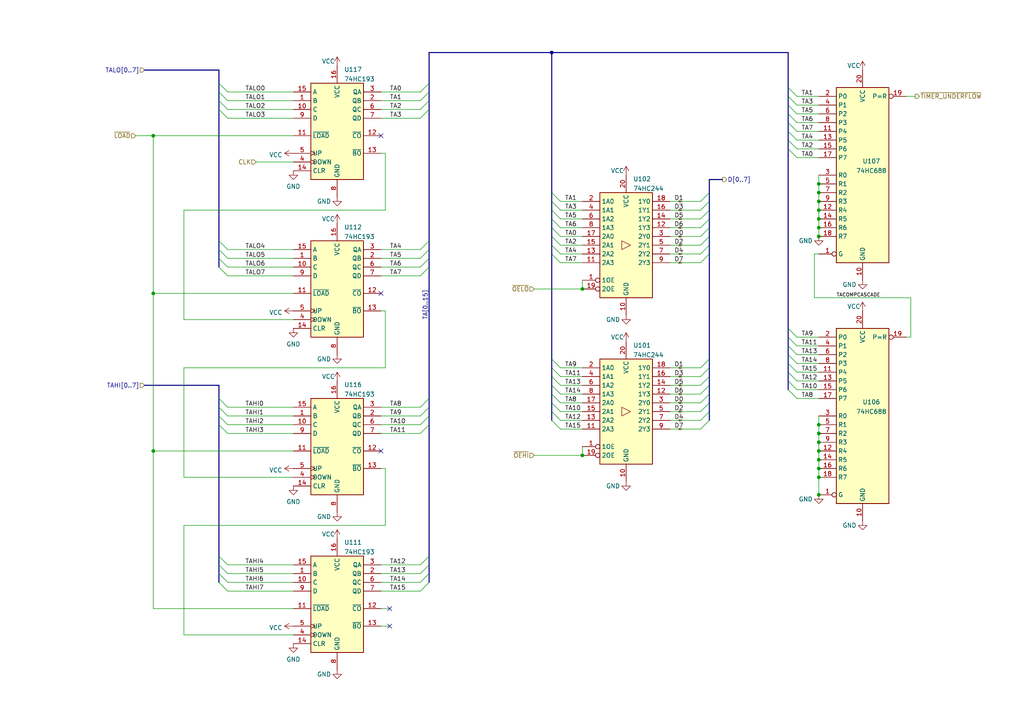
<source format=kicad_sch>
(kicad_sch (version 20211123) (generator eeschema)
  (paper "A4")
  (title_block (title "74HCT6526 Board 1") (date "2022-10-08") (rev "0.1.2") (company "Daniel Molina") (comment 1 "https://github.com/dmolinagarcia/74HCT6526"))
  (lib_symbols
    (symbol "74xx:74HC244"
      (property "Reference" "U" (at -7.62 16.51 0))
      (property "Value" "74HC244" (at -7.62 -16.51 0))
      (symbol "74HC244_1_0"
        (polyline (pts (xy 1.27 0) (xy -1.27 1.27) (xy -1.27 -1.27) (xy 1.27 0)) (stroke (width 0.1524)))
        (pin input inverted (at -12.7 -10.16 0) (length 5.08) (name "1OE") (number "1"))
        (pin power_in line (at 0 -20.32 90) (length 5.08) (name "GND") (number "10"))
        (pin input line (at -12.7 -5.08 0) (length 5.08) (name "2A3") (number "11"))
        (pin tri_state line (at 12.7 5.08 180) (length 5.08) (name "1Y3") (number "12"))
        (pin input line (at -12.7 -2.54 0) (length 5.08) (name "2A2") (number "13"))
        (pin tri_state line (at 12.7 7.62 180) (length 5.08) (name "1Y2") (number "14"))
        (pin input line (at -12.7 0 0) (length 5.08) (name "2A1") (number "15"))
        (pin tri_state line (at 12.7 10.16 180) (length 5.08) (name "1Y1") (number "16"))
        (pin input line (at -12.7 2.54 0) (length 5.08) (name "2A0") (number "17"))
        (pin tri_state line (at 12.7 12.7 180) (length 5.08) (name "1Y0") (number "18"))
        (pin input inverted (at -12.7 -12.7 0) (length 5.08) (name "2OE") (number "19"))
        (pin input line (at -12.7 12.7 0) (length 5.08) (name "1A0") (number "2"))
        (pin power_in line (at 0 20.32 270) (length 5.08) (name "VCC") (number "20"))
        (pin tri_state line (at 12.7 2.54 180) (length 5.08) (name "2Y0") (number "3"))
        (pin input line (at -12.7 10.16 0) (length 5.08) (name "1A1") (number "4"))
        (pin tri_state line (at 12.7 0 180) (length 5.08) (name "2Y1") (number "5"))
        (pin input line (at -12.7 7.62 0) (length 5.08) (name "1A2") (number "6"))
        (pin tri_state line (at 12.7 -2.54 180) (length 5.08) (name "2Y2") (number "7"))
        (pin input line (at -12.7 5.08 0) (length 5.08) (name "1A3") (number "8"))
        (pin tri_state line (at 12.7 -5.08 180) (length 5.08) (name "2Y3") (number "9"))
      )
      (symbol "74HC244_1_1"
        (rectangle (start -7.62 15.24) (end 7.62 -15.24) (stroke (width 0.254)) (fill (type background)))
      )
    )
    (symbol "74xx:74HC688"
      (property "Reference" "U" (at -7.62 26.67 0))
      (property "Value" "74HC688" (at -7.62 -26.67 0))
      (symbol "74HC688_1_0"
        (pin input inverted (at -12.7 -22.86 0) (length 5.08) (name "G") (number "1"))
        (pin power_in line (at 0 -30.48 90) (length 5.08) (name "GND") (number "10"))
        (pin input line (at -12.7 12.7 0) (length 5.08) (name "P4") (number "11"))
        (pin input line (at -12.7 -10.16 0) (length 5.08) (name "R4") (number "12"))
        (pin input line (at -12.7 10.16 0) (length 5.08) (name "P5") (number "13"))
        (pin input line (at -12.7 -12.7 0) (length 5.08) (name "R5") (number "14"))
        (pin input line (at -12.7 7.62 0) (length 5.08) (name "P6") (number "15"))
        (pin input line (at -12.7 -15.24 0) (length 5.08) (name "R6") (number "16"))
        (pin input line (at -12.7 5.08 0) (length 5.08) (name "P7") (number "17"))
        (pin input line (at -12.7 -17.78 0) (length 5.08) (name "R7") (number "18"))
        (pin output inverted (at 12.7 22.86 180) (length 5.08) (name "P=R") (number "19"))
        (pin input line (at -12.7 22.86 0) (length 5.08) (name "P0") (number "2"))
        (pin power_in line (at 0 30.48 270) (length 5.08) (name "VCC") (number "20"))
        (pin input line (at -12.7 0 0) (length 5.08) (name "R0") (number "3"))
        (pin input line (at -12.7 20.32 0) (length 5.08) (name "P1") (number "4"))
        (pin input line (at -12.7 -2.54 0) (length 5.08) (name "R1") (number "5"))
        (pin input line (at -12.7 17.78 0) (length 5.08) (name "P2") (number "6"))
        (pin input line (at -12.7 -5.08 0) (length 5.08) (name "R2") (number "7"))
        (pin input line (at -12.7 15.24 0) (length 5.08) (name "P3") (number "8"))
        (pin input line (at -12.7 -7.62 0) (length 5.08) (name "R3") (number "9"))
      )
      (symbol "74HC688_1_1"
        (rectangle (start -7.62 25.4) (end 7.62 -25.4) (stroke (width 0.254)) (fill (type background)))
      )
    )
    (symbol "74xx:74LS193"
      (property "Reference" "U" (at -7.62 13.97 0))
      (property "Value" "74LS193" (at 5.08 13.97 0))
      (symbol "74LS193_1_0"
        (pin input line (at -12.7 7.62 0) (length 5.08) (name "B") (number "1"))
        (pin input line (at -12.7 5.08 0) (length 5.08) (name "C") (number "10"))
        (pin input line (at -12.7 -2.54 0) (length 5.08) (name "~{LOAD}") (number "11"))
        (pin output line (at 12.7 -2.54 180) (length 5.08) (name "~{CO}") (number "12"))
        (pin output line (at 12.7 -7.62 180) (length 5.08) (name "~{BO}") (number "13"))
        (pin input line (at -12.7 -12.7 0) (length 5.08) (name "CLR") (number "14"))
        (pin input line (at -12.7 10.16 0) (length 5.08) (name "A") (number "15"))
        (pin power_in line (at 0 17.78 270) (length 5.08) (name "VCC") (number "16"))
        (pin output line (at 12.7 7.62 180) (length 5.08) (name "QB") (number "2"))
        (pin output line (at 12.7 10.16 180) (length 5.08) (name "QA") (number "3"))
        (pin input clock (at -12.7 -10.16 0) (length 5.08) (name "DOWN") (number "4"))
        (pin input clock (at -12.7 -7.62 0) (length 5.08) (name "UP") (number "5"))
        (pin output line (at 12.7 5.08 180) (length 5.08) (name "QC") (number "6"))
        (pin output line (at 12.7 2.54 180) (length 5.08) (name "QD") (number "7"))
        (pin power_in line (at 0 -20.32 90) (length 5.08) (name "GND") (number "8"))
        (pin input line (at -12.7 2.54 0) (length 5.08) (name "D") (number "9"))
      )
      (symbol "74LS193_1_1"
        (rectangle (start -7.62 12.7) (end 7.62 -15.24) (stroke (width 0.254)) (fill (type background)))
      )
    )
    (symbol "power:GND" (power) (pin_names (offset 0))
      (property "Value" "GND" (at 0 -3.81 0))
      (symbol "GND_0_1"
        (polyline (pts (xy 0 0) (xy 0 -1.27) (xy 1.27 -1.27) (xy 0 -2.54) (xy -1.27 -1.27) (xy 0 -1.27)))
      )
      (symbol "GND_1_1"
        (pin power_in line (at 0 0 270) (length 0) hide (name "GND") (number "1"))
      )
    )
    (symbol "power:VCC" (power) (pin_names (offset 0))
      (property "Value" "VCC" (at 0 3.81 0))
      (symbol "VCC_0_1"
        (polyline (pts (xy -0.762 1.27) (xy 0 2.54)))
        (polyline (pts (xy 0 0) (xy 0 2.54)))
        (polyline (pts (xy 0 2.54) (xy 0.762 1.27)))
      )
      (symbol "VCC_1_1"
        (pin power_in line (at 0 0 90) (length 0) hide (name "VCC") (number "1"))
      )
    )
  )
  (junction (at 237.49 133.35))
  (junction (at 237.49 125.73))
  (junction (at 160.02 15.24))
  (junction (at 237.49 123.19))
  (junction (at 44.45 39.37))
  (junction (at 44.45 130.81))
  (junction (at 237.49 55.88))
  (junction (at 237.49 143.51))
  (junction (at 237.49 138.43))
  (junction (at 44.45 85.09))
  (junction (at 237.49 66.04))
  (junction (at 237.49 130.81))
  (junction (at 168.91 83.82))
  (junction (at 237.49 68.58))
  (junction (at 237.49 63.5))
  (junction (at 237.49 60.96))
  (junction (at 237.49 135.89))
  (junction (at 237.49 58.42))
  (junction (at 237.49 128.27))
  (junction (at 168.91 132.08))
  (junction (at 237.49 53.34))
  (no_connect (at 113.03 181.61))
  (no_connect (at 110.49 39.37))
  (no_connect (at 113.03 176.53))
  (no_connect (at 110.49 85.09))
  (no_connect (at 110.49 130.81))
  (bus_entry (at 203.2 111.76) (size 2.54 -2.54))
  (bus_entry (at 124.46 161.29) (size -2.54 2.54))
  (bus_entry (at 160.02 58.42) (size 2.54 2.54))
  (bus_entry (at 160.02 68.58) (size 2.54 2.54))
  (bus_entry (at 228.6 25.4) (size 2.54 2.54))
  (bus_entry (at 203.2 109.22) (size 2.54 -2.54))
  (bus_entry (at 160.02 109.22) (size 2.54 2.54))
  (bus_entry (at 228.6 105.41) (size 2.54 2.54))
  (bus_entry (at 228.6 95.25) (size 2.54 2.54))
  (bus_entry (at 203.2 106.68) (size 2.54 -2.54))
  (bus_entry (at 228.6 113.03) (size 2.54 2.54))
  (bus_entry (at 203.2 119.38) (size 2.54 -2.54))
  (bus_entry (at 160.02 111.76) (size 2.54 2.54))
  (bus_entry (at 203.2 124.46) (size 2.54 -2.54))
  (bus_entry (at 124.46 168.91) (size -2.54 2.54))
  (bus_entry (at 160.02 66.04) (size 2.54 2.54))
  (bus_entry (at 228.6 102.87) (size 2.54 2.54))
  (bus_entry (at 124.46 123.19) (size -2.54 2.54))
  (bus_entry (at 228.6 100.33) (size 2.54 2.54))
  (bus_entry (at 124.46 31.75) (size -2.54 2.54))
  (bus_entry (at 124.46 29.21) (size -2.54 2.54))
  (bus_entry (at 124.46 26.67) (size -2.54 2.54))
  (bus_entry (at 124.46 24.13) (size -2.54 2.54))
  (bus_entry (at 228.6 107.95) (size 2.54 2.54))
  (bus_entry (at 228.6 40.64) (size 2.54 2.54))
  (bus_entry (at 124.46 72.39) (size -2.54 2.54))
  (bus_entry (at 203.2 63.5) (size 2.54 -2.54))
  (bus_entry (at 203.2 60.96) (size 2.54 -2.54))
  (bus_entry (at 203.2 58.42) (size 2.54 -2.54))
  (bus_entry (at 203.2 76.2) (size 2.54 -2.54))
  (bus_entry (at 203.2 73.66) (size 2.54 -2.54))
  (bus_entry (at 203.2 71.12) (size 2.54 -2.54))
  (bus_entry (at 203.2 66.04) (size 2.54 -2.54))
  (bus_entry (at 203.2 68.58) (size 2.54 -2.54))
  (bus_entry (at 160.02 114.3) (size 2.54 2.54))
  (bus_entry (at 124.46 118.11) (size -2.54 2.54))
  (bus_entry (at 203.2 116.84) (size 2.54 -2.54))
  (bus_entry (at 160.02 121.92) (size 2.54 2.54))
  (bus_entry (at 124.46 77.47) (size -2.54 2.54))
  (bus_entry (at 203.2 114.3) (size 2.54 -2.54))
  (bus_entry (at 228.6 35.56) (size 2.54 2.54))
  (bus_entry (at 228.6 38.1) (size 2.54 2.54))
  (bus_entry (at 160.02 106.68) (size 2.54 2.54))
  (bus_entry (at 160.02 119.38) (size 2.54 2.54))
  (bus_entry (at 228.6 27.94) (size 2.54 2.54))
  (bus_entry (at 160.02 63.5) (size 2.54 2.54))
  (bus_entry (at 228.6 30.48) (size 2.54 2.54))
  (bus_entry (at 124.46 115.57) (size -2.54 2.54))
  (bus_entry (at 160.02 55.88) (size 2.54 2.54))
  (bus_entry (at 124.46 120.65) (size -2.54 2.54))
  (bus_entry (at 160.02 116.84) (size 2.54 2.54))
  (bus_entry (at 124.46 69.85) (size -2.54 2.54))
  (bus_entry (at 160.02 73.66) (size 2.54 2.54))
  (bus_entry (at 228.6 110.49) (size 2.54 2.54))
  (bus_entry (at 63.5 168.91) (size 2.54 2.54))
  (bus_entry (at 63.5 166.37) (size 2.54 2.54))
  (bus_entry (at 63.5 163.83) (size 2.54 2.54))
  (bus_entry (at 63.5 161.29) (size 2.54 2.54))
  (bus_entry (at 63.5 115.57) (size 2.54 2.54))
  (bus_entry (at 63.5 118.11) (size 2.54 2.54))
  (bus_entry (at 63.5 120.65) (size 2.54 2.54))
  (bus_entry (at 63.5 123.19) (size 2.54 2.54))
  (bus_entry (at 63.5 77.47) (size 2.54 2.54))
  (bus_entry (at 63.5 74.93) (size 2.54 2.54))
  (bus_entry (at 63.5 24.13) (size 2.54 2.54))
  (bus_entry (at 63.5 26.67) (size 2.54 2.54))
  (bus_entry (at 63.5 29.21) (size 2.54 2.54))
  (bus_entry (at 63.5 31.75) (size 2.54 2.54))
  (bus_entry (at 63.5 72.39) (size 2.54 2.54))
  (bus_entry (at 63.5 69.85) (size 2.54 2.54))
  (bus_entry (at 160.02 60.96) (size 2.54 2.54))
  (bus_entry (at 124.46 163.83) (size -2.54 2.54))
  (bus_entry (at 160.02 104.14) (size 2.54 2.54))
  (bus_entry (at 203.2 121.92) (size 2.54 -2.54))
  (bus_entry (at 160.02 71.12) (size 2.54 2.54))
  (bus_entry (at 228.6 33.02) (size 2.54 2.54))
  (bus_entry (at 228.6 43.18) (size 2.54 2.54))
  (bus_entry (at 124.46 166.37) (size -2.54 2.54))
  (bus_entry (at 124.46 74.93) (size -2.54 2.54))
  (bus_entry (at 228.6 97.79) (size 2.54 2.54))
  (bus (pts (xy 228.6 33.02) (xy 228.6 35.56)))
  (bus (pts (xy 205.74 71.12) (xy 205.74 73.66)))
  (wire (pts (xy 53.34 60.96) (xy 111.76 60.96)))
  (wire (pts (xy 66.04 120.65) (xy 85.09 120.65)))
  (wire (pts (xy 194.31 106.68) (xy 203.2 106.68)))
  (wire (pts (xy 231.14 100.33) (xy 237.49 100.33)))
  (wire (pts (xy 162.56 73.66) (xy 168.91 73.66)))
  (bus (pts (xy 41.91 111.76) (xy 63.5 111.76)))
  (wire (pts (xy 231.14 102.87) (xy 237.49 102.87)))
  (bus (pts (xy 63.5 120.65) (xy 63.5 123.19)))
  (wire (pts (xy 231.14 110.49) (xy 237.49 110.49)))
  (bus (pts (xy 124.46 29.21) (xy 124.46 26.67)))
  (wire (pts (xy 53.34 92.71) (xy 53.34 60.96)))
  (wire (pts (xy 110.49 123.19) (xy 121.92 123.19)))
  (bus (pts (xy 124.46 118.11) (xy 124.46 115.57)))
  (wire (pts (xy 162.56 71.12) (xy 168.91 71.12)))
  (bus (pts (xy 63.5 166.37) (xy 63.5 168.91)))
  (wire (pts (xy 194.31 76.2) (xy 203.2 76.2)))
  (wire (pts (xy 237.49 63.5) (xy 237.49 66.04)))
  (wire (pts (xy 53.34 106.68) (xy 53.34 138.43)))
  (wire (pts (xy 194.31 121.92) (xy 203.2 121.92)))
  (wire (pts (xy 162.56 106.68) (xy 168.91 106.68)))
  (bus (pts (xy 63.5 69.85) (xy 63.5 72.39)))
  (wire (pts (xy 44.45 85.09) (xy 44.45 130.81)))
  (bus (pts (xy 160.02 68.58) (xy 160.02 71.12)))
  (wire (pts (xy 237.49 135.89) (xy 237.49 138.43)))
  (wire (pts (xy 237.49 120.65) (xy 237.49 123.19)))
  (bus (pts (xy 124.46 15.24) (xy 160.02 15.24)))
  (wire (pts (xy 111.76 44.45) (xy 110.49 44.45)))
  (wire (pts (xy 237.49 125.73) (xy 237.49 128.27)))
  (wire (pts (xy 66.04 31.75) (xy 85.09 31.75)))
  (wire (pts (xy 194.31 71.12) (xy 203.2 71.12)))
  (wire (pts (xy 66.04 29.21) (xy 85.09 29.21)))
  (wire (pts (xy 231.14 27.94) (xy 237.49 27.94)))
  (wire (pts (xy 66.04 125.73) (xy 85.09 125.73)))
  (wire (pts (xy 237.49 133.35) (xy 237.49 135.89)))
  (wire (pts (xy 110.49 72.39) (xy 121.92 72.39)))
  (wire (pts (xy 111.76 90.17) (xy 111.76 106.68)))
  (wire (pts (xy 194.31 116.84) (xy 203.2 116.84)))
  (wire (pts (xy 194.31 66.04) (xy 203.2 66.04)))
  (bus (pts (xy 160.02 71.12) (xy 160.02 73.66)))
  (bus (pts (xy 205.74 58.42) (xy 205.74 60.96)))
  (wire (pts (xy 110.49 118.11) (xy 121.92 118.11)))
  (wire (pts (xy 111.76 106.68) (xy 53.34 106.68)))
  (wire (pts (xy 264.16 86.36) (xy 236.22 86.36)))
  (wire (pts (xy 162.56 63.5) (xy 168.91 63.5)))
  (bus (pts (xy 124.46 168.91) (xy 124.46 166.37)))
  (bus (pts (xy 205.74 106.68) (xy 205.74 109.22)))
  (wire (pts (xy 66.04 34.29) (xy 85.09 34.29)))
  (wire (pts (xy 110.49 166.37) (xy 121.92 166.37)))
  (wire (pts (xy 236.22 86.36) (xy 236.22 73.66)))
  (wire (pts (xy 110.49 77.47) (xy 121.92 77.47)))
  (wire (pts (xy 231.14 105.41) (xy 237.49 105.41)))
  (wire (pts (xy 44.45 130.81) (xy 85.09 130.81)))
  (wire (pts (xy 237.49 60.96) (xy 237.49 63.5)))
  (bus (pts (xy 124.46 115.57) (xy 124.46 77.47)))
  (bus (pts (xy 63.5 115.57) (xy 63.5 118.11)))
  (bus (pts (xy 205.74 66.04) (xy 205.74 68.58)))
  (wire (pts (xy 231.14 45.72) (xy 237.49 45.72)))
  (bus (pts (xy 205.74 55.88) (xy 205.74 58.42)))
  (bus (pts (xy 228.6 25.4) (xy 228.6 27.94)))
  (wire (pts (xy 194.31 73.66) (xy 203.2 73.66)))
  (bus (pts (xy 124.46 69.85) (xy 124.46 31.75)))
  (wire (pts (xy 194.31 63.5) (xy 203.2 63.5)))
  (wire (pts (xy 111.76 135.89) (xy 110.49 135.89)))
  (bus (pts (xy 228.6 30.48) (xy 228.6 33.02)))
  (wire (pts (xy 66.04 118.11) (xy 85.09 118.11)))
  (wire (pts (xy 110.49 120.65) (xy 121.92 120.65)))
  (wire (pts (xy 110.49 34.29) (xy 121.92 34.29)))
  (wire (pts (xy 194.31 124.46) (xy 203.2 124.46)))
  (bus (pts (xy 124.46 120.65) (xy 124.46 118.11)))
  (wire (pts (xy 194.31 119.38) (xy 203.2 119.38)))
  (bus (pts (xy 160.02 111.76) (xy 160.02 114.3)))
  (bus (pts (xy 63.5 74.93) (xy 63.5 77.47)))
  (wire (pts (xy 168.91 129.54) (xy 168.91 132.08)))
  (bus (pts (xy 124.46 31.75) (xy 124.46 29.21)))
  (bus (pts (xy 63.5 26.67) (xy 63.5 29.21)))
  (bus (pts (xy 160.02 15.24) (xy 160.02 55.88)))
  (bus (pts (xy 160.02 55.88) (xy 160.02 58.42)))
  (bus (pts (xy 41.91 20.32) (xy 63.5 20.32)))
  (bus (pts (xy 63.5 29.21) (xy 63.5 31.75)))
  (wire (pts (xy 162.56 109.22) (xy 168.91 109.22)))
  (wire (pts (xy 110.49 168.91) (xy 121.92 168.91)))
  (wire (pts (xy 44.45 39.37) (xy 85.09 39.37)))
  (wire (pts (xy 66.04 163.83) (xy 85.09 163.83)))
  (bus (pts (xy 124.46 123.19) (xy 124.46 120.65)))
  (wire (pts (xy 168.91 81.28) (xy 168.91 83.82)))
  (wire (pts (xy 53.34 138.43) (xy 85.09 138.43)))
  (wire (pts (xy 162.56 60.96) (xy 168.91 60.96)))
  (wire (pts (xy 237.49 123.19) (xy 237.49 125.73)))
  (wire (pts (xy 162.56 121.92) (xy 168.91 121.92)))
  (wire (pts (xy 231.14 43.18) (xy 237.49 43.18)))
  (bus (pts (xy 205.74 104.14) (xy 205.74 106.68)))
  (wire (pts (xy 162.56 58.42) (xy 168.91 58.42)))
  (bus (pts (xy 124.46 163.83) (xy 124.46 161.29)))
  (wire (pts (xy 66.04 80.01) (xy 85.09 80.01)))
  (bus (pts (xy 205.74 119.38) (xy 205.74 121.92)))
  (bus (pts (xy 160.02 58.42) (xy 160.02 60.96)))
  (bus (pts (xy 228.6 102.87) (xy 228.6 105.41)))
  (bus (pts (xy 205.74 116.84) (xy 205.74 119.38)))
  (bus (pts (xy 160.02 119.38) (xy 160.02 121.92)))
  (bus (pts (xy 63.5 163.83) (xy 63.5 166.37)))
  (bus (pts (xy 63.5 123.19) (xy 63.5 161.29)))
  (bus (pts (xy 228.6 15.24) (xy 228.6 25.4)))
  (wire (pts (xy 194.31 109.22) (xy 203.2 109.22)))
  (wire (pts (xy 66.04 26.67) (xy 85.09 26.67)))
  (wire (pts (xy 53.34 152.4) (xy 53.34 184.15)))
  (wire (pts (xy 262.89 97.79) (xy 264.16 97.79)))
  (wire (pts (xy 39.37 39.37) (xy 44.45 39.37)))
  (bus (pts (xy 160.02 73.66) (xy 160.02 104.14)))
  (bus (pts (xy 209.55 52.07) (xy 205.74 52.07)))
  (bus (pts (xy 228.6 110.49) (xy 228.6 113.03)))
  (wire (pts (xy 66.04 72.39) (xy 85.09 72.39)))
  (bus (pts (xy 63.5 20.32) (xy 63.5 24.13)))
  (bus (pts (xy 160.02 116.84) (xy 160.02 119.38)))
  (wire (pts (xy 154.94 83.82) (xy 168.91 83.82)))
  (wire (pts (xy 113.03 176.53) (xy 110.49 176.53)))
  (wire (pts (xy 162.56 66.04) (xy 168.91 66.04)))
  (wire (pts (xy 113.03 181.61) (xy 110.49 181.61)))
  (wire (pts (xy 44.45 176.53) (xy 85.09 176.53)))
  (bus (pts (xy 228.6 105.41) (xy 228.6 107.95)))
  (wire (pts (xy 231.14 38.1) (xy 237.49 38.1)))
  (bus (pts (xy 160.02 106.68) (xy 160.02 109.22)))
  (wire (pts (xy 44.45 130.81) (xy 44.45 176.53)))
  (wire (pts (xy 66.04 166.37) (xy 85.09 166.37)))
  (bus (pts (xy 228.6 100.33) (xy 228.6 102.87)))
  (wire (pts (xy 110.49 80.01) (xy 121.92 80.01)))
  (wire (pts (xy 264.16 97.79) (xy 264.16 86.36)))
  (bus (pts (xy 205.74 60.96) (xy 205.74 63.5)))
  (bus (pts (xy 160.02 109.22) (xy 160.02 111.76)))
  (wire (pts (xy 231.14 115.57) (xy 237.49 115.57)))
  (bus (pts (xy 160.02 114.3) (xy 160.02 116.84)))
  (bus (pts (xy 205.74 114.3) (xy 205.74 116.84)))
  (wire (pts (xy 237.49 58.42) (xy 237.49 60.96)))
  (wire (pts (xy 110.49 171.45) (xy 121.92 171.45)))
  (bus (pts (xy 205.74 109.22) (xy 205.74 111.76)))
  (wire (pts (xy 110.49 163.83) (xy 121.92 163.83)))
  (bus (pts (xy 205.74 52.07) (xy 205.74 55.88)))
  (bus (pts (xy 228.6 35.56) (xy 228.6 38.1)))
  (wire (pts (xy 162.56 114.3) (xy 168.91 114.3)))
  (bus (pts (xy 124.46 24.13) (xy 124.46 15.24)))
  (wire (pts (xy 66.04 77.47) (xy 85.09 77.47)))
  (bus (pts (xy 63.5 31.75) (xy 63.5 69.85)))
  (bus (pts (xy 228.6 27.94) (xy 228.6 30.48)))
  (bus (pts (xy 124.46 161.29) (xy 124.46 123.19)))
  (wire (pts (xy 162.56 124.46) (xy 168.91 124.46)))
  (wire (pts (xy 110.49 31.75) (xy 121.92 31.75)))
  (wire (pts (xy 265.43 27.94) (xy 262.89 27.94)))
  (wire (pts (xy 194.31 114.3) (xy 203.2 114.3)))
  (bus (pts (xy 124.46 26.67) (xy 124.46 24.13)))
  (wire (pts (xy 194.31 111.76) (xy 203.2 111.76)))
  (wire (pts (xy 110.49 29.21) (xy 121.92 29.21)))
  (bus (pts (xy 205.74 73.66) (xy 205.74 104.14)))
  (bus (pts (xy 228.6 107.95) (xy 228.6 110.49)))
  (wire (pts (xy 66.04 74.93) (xy 85.09 74.93)))
  (wire (pts (xy 231.14 33.02) (xy 237.49 33.02)))
  (bus (pts (xy 205.74 68.58) (xy 205.74 71.12)))
  (bus (pts (xy 228.6 40.64) (xy 228.6 43.18)))
  (bus (pts (xy 160.02 15.24) (xy 228.6 15.24)))
  (bus (pts (xy 205.74 63.5) (xy 205.74 66.04)))
  (wire (pts (xy 231.14 35.56) (xy 237.49 35.56)))
  (wire (pts (xy 162.56 111.76) (xy 168.91 111.76)))
  (bus (pts (xy 160.02 60.96) (xy 160.02 63.5)))
  (wire (pts (xy 74.295 46.99) (xy 85.09 46.99)))
  (wire (pts (xy 162.56 68.58) (xy 168.91 68.58)))
  (wire (pts (xy 110.49 74.93) (xy 121.92 74.93)))
  (wire (pts (xy 231.14 40.64) (xy 237.49 40.64)))
  (bus (pts (xy 228.6 43.18) (xy 228.6 95.25)))
  (bus (pts (xy 63.5 24.13) (xy 63.5 26.67)))
  (wire (pts (xy 231.14 30.48) (xy 237.49 30.48)))
  (bus (pts (xy 124.46 72.39) (xy 124.46 69.85)))
  (wire (pts (xy 194.31 60.96) (xy 203.2 60.96)))
  (wire (pts (xy 53.34 184.15) (xy 85.09 184.15)))
  (wire (pts (xy 66.04 123.19) (xy 85.09 123.19)))
  (wire (pts (xy 237.49 55.88) (xy 237.49 58.42)))
  (wire (pts (xy 66.04 171.45) (xy 85.09 171.45)))
  (wire (pts (xy 44.45 85.09) (xy 85.09 85.09)))
  (bus (pts (xy 228.6 38.1) (xy 228.6 40.64)))
  (bus (pts (xy 124.46 74.93) (xy 124.46 72.39)))
  (wire (pts (xy 154.94 132.08) (xy 168.91 132.08)))
  (wire (pts (xy 162.56 116.84) (xy 168.91 116.84)))
  (bus (pts (xy 205.74 111.76) (xy 205.74 114.3)))
  (wire (pts (xy 237.49 50.8) (xy 237.49 53.34)))
  (wire (pts (xy 237.49 53.34) (xy 237.49 55.88)))
  (wire (pts (xy 231.14 107.95) (xy 237.49 107.95)))
  (wire (pts (xy 194.31 58.42) (xy 203.2 58.42)))
  (bus (pts (xy 63.5 111.76) (xy 63.5 115.57)))
  (wire (pts (xy 231.14 113.03) (xy 237.49 113.03)))
  (wire (pts (xy 111.76 90.17) (xy 110.49 90.17)))
  (wire (pts (xy 194.31 68.58) (xy 203.2 68.58)))
  (wire (pts (xy 111.76 152.4) (xy 53.34 152.4)))
  (bus (pts (xy 228.6 97.79) (xy 228.6 100.33)))
  (wire (pts (xy 237.49 130.81) (xy 237.49 133.35)))
  (bus (pts (xy 124.46 77.47) (xy 124.46 74.93)))
  (wire (pts (xy 111.76 135.89) (xy 111.76 152.4)))
  (bus (pts (xy 228.6 95.25) (xy 228.6 97.79)))
  (bus (pts (xy 63.5 118.11) (xy 63.5 120.65)))
  (wire (pts (xy 110.49 125.73) (xy 121.92 125.73)))
  (bus (pts (xy 160.02 104.14) (xy 160.02 106.68)))
  (wire (pts (xy 236.22 73.66) (xy 237.49 73.66)))
  (wire (pts (xy 237.49 128.27) (xy 237.49 130.81)))
  (wire (pts (xy 111.76 60.96) (xy 111.76 44.45)))
  (bus (pts (xy 160.02 66.04) (xy 160.02 68.58)))
  (wire (pts (xy 237.49 138.43) (xy 237.49 143.51)))
  (bus (pts (xy 63.5 161.29) (xy 63.5 163.83)))
  (wire (pts (xy 237.49 66.04) (xy 237.49 68.58)))
  (wire (pts (xy 231.14 97.79) (xy 237.49 97.79)))
  (wire (pts (xy 66.04 168.91) (xy 85.09 168.91)))
  (bus (pts (xy 63.5 72.39) (xy 63.5 74.93)))
  (wire (pts (xy 162.56 119.38) (xy 168.91 119.38)))
  (wire (pts (xy 110.49 26.67) (xy 121.92 26.67)))
  (bus (pts (xy 124.46 166.37) (xy 124.46 163.83)))
  (bus (pts (xy 160.02 63.5) (xy 160.02 66.04)))
  (wire (pts (xy 162.56 76.2) (xy 168.91 76.2)))
  (wire (pts (xy 44.45 39.37) (xy 44.45 85.09)))
  (wire (pts (xy 85.09 92.71) (xy 53.34 92.71)))
  (label "TA[0..15]" (at 124.46 92.71 90))
  (label "TAHI1" (at 71.12 120.65 0))
  (label "TAHI2" (at 71.12 123.19 0))
  (label "TA10" (at 113.03 123.19 0))
  (label "D0" (at 195.58 116.84 0))
  (label "TA7" (at 163.83 76.2 0))
  (label "TA7" (at 113.03 80.01 0))
  (label "TA2" (at 232.41 43.18 0))
  (label "TA3" (at 232.41 30.48 0))
  (label "TAHI3" (at 71.12 125.73 0))
  (label "TALO0" (at 71.12 26.67 0))
  (label "TA0" (at 232.41 45.72 0))
  (label "TACOMPCASCADE" (at 242.57 86.36 0) (effects (font (size 1.016 1.016))))
  (label "TALO7" (at 71.12 80.01 0))
  (label "TALO5" (at 71.12 74.93 0))
  (label "TA1" (at 113.03 29.21 0))
  (label "TALO2" (at 71.12 31.75 0))
  (label "TA3" (at 113.03 34.29 0))
  (label "TAHI6" (at 71.12 168.91 0))
  (label "TA8" (at 163.83 116.84 0))
  (label "TA8" (at 113.03 118.11 0))
  (label "TA11" (at 163.83 109.22 0))
  (label "D3" (at 195.58 60.96 0))
  (label "TA4" (at 113.03 72.39 0))
  (label "TA2" (at 163.83 71.12 0))
  (label "TA10" (at 163.83 119.38 0))
  (label "D2" (at 195.58 71.12 0))
  (label "D7" (at 195.58 124.46 0))
  (label "TA0" (at 163.83 68.58 0))
  (label "TAHI7" (at 71.12 171.45 0))
  (label "D5" (at 195.58 111.76 0))
  (label "TALO6" (at 71.12 77.47 0))
  (label "TA1" (at 232.41 27.94 0))
  (label "D6" (at 195.58 66.04 0))
  (label "TAHI0" (at 71.12 118.11 0))
  (label "D4" (at 195.58 73.66 0))
  (label "TA5" (at 232.41 33.02 0))
  (label "TA4" (at 232.41 40.64 0))
  (label "TA12" (at 232.41 110.49 0))
  (label "D3" (at 195.58 109.22 0))
  (label "TA15" (at 113.03 171.45 0))
  (label "TAHI5" (at 71.12 166.37 0))
  (label "TALO1" (at 71.12 29.21 0))
  (label "TALO3" (at 71.12 34.29 0))
  (label "TA14" (at 232.41 105.41 0))
  (label "TA11" (at 232.41 100.33 0))
  (label "TA0" (at 113.03 26.67 0))
  (label "TA13" (at 232.41 102.87 0))
  (label "D0" (at 195.58 68.58 0))
  (label "TA14" (at 113.03 168.91 0))
  (label "TA15" (at 163.83 124.46 0))
  (label "TA5" (at 113.03 74.93 0))
  (label "TA13" (at 113.03 166.37 0))
  (label "TA9" (at 232.41 97.79 0))
  (label "TA2" (at 113.03 31.75 0))
  (label "TA13" (at 163.83 111.76 0))
  (label "D1" (at 195.58 106.68 0))
  (label "TA9" (at 113.03 120.65 0))
  (label "TA7" (at 232.41 38.1 0))
  (label "TA14" (at 163.83 114.3 0))
  (label "TA6" (at 163.83 66.04 0))
  (label "TA5" (at 163.83 63.5 0))
  (label "TA10" (at 232.41 113.03 0))
  (label "TA6" (at 232.41 35.56 0))
  (label "D1" (at 195.58 58.42 0))
  (label "D5" (at 195.58 63.5 0))
  (label "TA9" (at 163.83 106.68 0))
  (label "TA3" (at 163.83 60.96 0))
  (label "TAHI4" (at 71.12 163.83 0))
  (label "D6" (at 195.58 114.3 0))
  (label "TA6" (at 113.03 77.47 0))
  (label "TA1" (at 163.83 58.42 0))
  (label "TA4" (at 163.83 73.66 0))
  (label "TA8" (at 232.41 115.57 0))
  (label "TA15" (at 232.41 107.95 0))
  (label "TA11" (at 113.03 125.73 0))
  (label "D2" (at 195.58 119.38 0))
  (label "D7" (at 195.58 76.2 0))
  (label "D4" (at 195.58 121.92 0))
  (label "TALO4" (at 71.12 72.39 0))
  (label "TA12" (at 163.83 121.92 0))
  (label "TA12" (at 113.03 163.83 0))
  (global_label "D0" (shape output) (at 196.85 116.84 0) (effects (font (size 0.254 0.254))) (property "Intersheet References" "${INTERSHEET_REFS}" (effects hide)))
  (global_label "D2" (shape output) (at 196.85 71.12 0) (effects (font (size 0.254 0.254))) (property "Intersheet References" "${INTERSHEET_REFS}" (effects hide)))
  (global_label "D3" (shape output) (at 196.85 109.22 0) (effects (font (size 0.254 0.254))) (property "Intersheet References" "${INTERSHEET_REFS}" (effects hide)))
  (global_label "D2" (shape output) (at 196.85 119.38 0) (effects (font (size 0.254 0.254))) (property "Intersheet References" "${INTERSHEET_REFS}" (effects hide)))
  (global_label "D6" (shape output) (at 196.85 66.04 0) (effects (font (size 0.254 0.254))) (property "Intersheet References" "${INTERSHEET_REFS}" (effects hide)))
  (global_label "D6" (shape output) (at 196.85 114.3 0) (effects (font (size 0.254 0.254))) (property "Intersheet References" "${INTERSHEET_REFS}" (effects hide)))
  (global_label "D7" (shape output) (at 196.85 76.2 0) (effects (font (size 0.254 0.254))) (property "Intersheet References" "${INTERSHEET_REFS}" (effects hide)))
  (global_label "D0" (shape output) (at 196.85 68.58 0) (effects (font (size 0.254 0.254))) (property "Intersheet References" "${INTERSHEET_REFS}" (effects hide)))
  (global_label "D1" (shape output) (at 196.85 106.68 0) (effects (font (size 0.254 0.254))) (property "Intersheet References" "${INTERSHEET_REFS}" (effects hide)))
  (global_label "D7" (shape output) (at 196.85 124.46 0) (effects (font (size 0.254 0.254))) (property "Intersheet References" "${INTERSHEET_REFS}" (effects hide)))
  (global_label "D1" (shape output) (at 196.85 58.42 0) (effects (font (size 0.254 0.254))) (property "Intersheet References" "${INTERSHEET_REFS}" (effects hide)))
  (global_label "D5" (shape output) (at 196.85 111.76 0) (effects (font (size 0.254 0.254))) (property "Intersheet References" "${INTERSHEET_REFS}" (effects hide)))
  (global_label "D4" (shape output) (at 196.85 121.92 0) (effects (font (size 0.254 0.254))) (property "Intersheet References" "${INTERSHEET_REFS}" (effects hide)))
  (global_label "D3" (shape output) (at 196.85 60.96 0) (effects (font (size 0.254 0.254))) (property "Intersheet References" "${INTERSHEET_REFS}" (effects hide)))
  (global_label "D4" (shape output) (at 196.85 73.66 0) (effects (font (size 0.254 0.254))) (property "Intersheet References" "${INTERSHEET_REFS}" (effects hide)))
  (global_label "D5" (shape output) (at 196.85 63.5 0) (effects (font (size 0.254 0.254))) (property "Intersheet References" "${INTERSHEET_REFS}" (effects hide)))
  (hierarchical_label "CLK" (shape input) (at 74.295 46.99 180))
  (hierarchical_label "~{LOAD}" (shape input) (at 39.37 39.37 180))
  (hierarchical_label "~{TIMER_UNDERFLOW}" (shape output) (at 265.43 27.94 0))
  (hierarchical_label "~{OEHI}" (shape input) (at 154.94 132.08 180))
  (hierarchical_label "TAHI[0..7]" (shape input) (at 41.91 111.76 180))
  (hierarchical_label "~{OELO}" (shape input) (at 154.94 83.82 180))
  (hierarchical_label "TALO[0..7]" (shape input) (at 41.91 20.32 180))
  (hierarchical_label "D[0..7]" (shape output) (at 209.55 52.07 0))
  (symbol (lib_id "power:VCC") (at 85.09 90.17 90) (unit 1)
    (property "Reference" "#PWR0142" (effects hide))
    (property "Value" "VCC" (at 81.915 90.649 90) (effects (justify left)))
  )
  (symbol (lib_id "power:GND") (at 85.09 140.97 0) (unit 1)
    (property "Reference" "#PWR0145" (effects hide))
    (property "Value" "GND" (at 85.09 145.5325 0))
  )
  (symbol (lib_id "power:VCC") (at 97.79 19.05 0) (unit 1)
    (property "Reference" "#PWR0148" (effects hide))
    (property "Value" "VCC" (at 95.25 17.78 0))
  )
  (symbol (lib_id "power:GND") (at 181.61 139.7 0) (unit 1)
    (property "Reference" "#PWR0159" (effects hide))
    (property "Value" "GND" (at 177.8 140.97 0))
  )
  (symbol (lib_id "power:GND") (at 181.61 91.44 0) (unit 1)
    (property "Reference" "#PWR0157" (effects hide))
    (property "Value" "GND" (at 177.8 92.71 0))
  )
  (symbol (lib_id "74xx:74LS193") (at 97.79 173.99 0) (unit 1)
    (property "Reference" "U111" (at 99.8094 157.3235 0) (effects (justify left)))
    (property "Value" "74HC193" (at 99.8094 160.0986 0) (effects (justify left)))
    (property "Footprint" "Package_SO:SOIC-16_3.9x9.9mm_P1.27mm" (effects hide))
    (property "Datasheet" "http://www.ti.com/lit/ds/symlink/sn74ls193.pdf" (effects hide))
  )
  (symbol (lib_id "power:GND") (at 237.49 143.51 0) (unit 1)
    (property "Reference" "#PWR0161" (effects hide))
    (property "Value" "GND" (at 233.68 144.78 0))
  )
  (symbol (lib_id "power:VCC") (at 181.61 50.8 0) (unit 1)
    (property "Reference" "#PWR0156" (effects hide))
    (property "Value" "VCC" (at 179.07 49.53 0))
  )
  (symbol (lib_id "74xx:74HC244") (at 181.61 119.38 0) (unit 1)
    (property "Reference" "U101" (at 183.6294 100.1735 0) (effects (justify left)))
    (property "Value" "74HC244" (at 183.6294 102.9486 0) (effects (justify left)))
    (property "Footprint" "Package_SO:SOIC-20W_7.5x12.8mm_P1.27mm" (effects hide))
    (property "Datasheet" "https://assets.nexperia.com/documents/data-sheet/74HC_HCT244.pdf" (effects hide))
  )
  (symbol (lib_id "power:VCC") (at 97.79 110.49 0) (unit 1)
    (property "Reference" "#PWR0152" (effects hide))
    (property "Value" "VCC" (at 95.25 109.22 0))
  )
  (symbol (lib_id "74xx:74HC244") (at 181.61 71.12 0) (unit 1)
    (property "Reference" "U102" (at 183.6294 51.9135 0) (effects (justify left)))
    (property "Value" "74HC244" (at 183.6294 54.6886 0) (effects (justify left)))
    (property "Footprint" "Package_SO:SOIC-20W_7.5x12.8mm_P1.27mm" (effects hide))
    (property "Datasheet" "https://assets.nexperia.com/documents/data-sheet/74HC_HCT244.pdf" (effects hide))
  )
  (symbol (lib_id "power:GND") (at 237.49 68.58 0) (unit 1)
    (property "Reference" "#PWR0160" (effects hide))
    (property "Value" "GND" (at 233.68 69.85 0))
  )
  (symbol (lib_id "power:VCC") (at 97.79 156.21 0) (unit 1)
    (property "Reference" "#PWR0154" (effects hide))
    (property "Value" "VCC" (at 95.25 154.94 0))
  )
  (symbol (lib_id "power:GND") (at 97.79 102.87 0) (unit 1)
    (property "Reference" "#PWR0151" (effects hide))
    (property "Value" "GND" (at 93.98 104.14 0))
  )
  (symbol (lib_id "power:VCC") (at 250.19 20.32 0) (unit 1)
    (property "Reference" "#PWR0162" (effects hide))
    (property "Value" "VCC" (at 247.65 19.05 0))
  )
  (symbol (lib_id "power:GND") (at 250.19 151.13 0) (unit 1)
    (property "Reference" "#PWR0165" (effects hide))
    (property "Value" "GND" (at 246.38 152.4 0))
  )
  (symbol (lib_id "power:GND") (at 85.09 186.69 0) (unit 1)
    (property "Reference" "#PWR0147" (effects hide))
    (property "Value" "GND" (at 85.09 191.2525 0))
  )
  (symbol (lib_id "power:GND") (at 97.79 194.31 0) (unit 1)
    (property "Reference" "#PWR0155" (effects hide))
    (property "Value" "GND" (at 93.98 195.58 0))
  )
  (symbol (lib_id "74xx:74HC688") (at 250.19 120.65 0) (unit 1)
    (property "Reference" "U106" (at 252.73 116.6049 0))
    (property "Value" "74HC688" (at 252.73 119.38 0))
    (property "Footprint" "Package_SO:SOIC-20W_7.5x12.8mm_P1.27mm" (effects hide))
    (property "Datasheet" "https://www.ti.com/lit/ds/symlink/cd54hc688.pdf" (effects hide))
  )
  (symbol (lib_id "power:VCC") (at 85.09 44.45 90) (unit 1)
    (property "Reference" "#PWR0140" (effects hide))
    (property "Value" "VCC" (at 81.915 44.929 90) (effects (justify left)))
  )
  (symbol (lib_id "power:VCC") (at 85.09 135.89 90) (unit 1)
    (property "Reference" "#PWR0144" (effects hide))
    (property "Value" "VCC" (at 81.915 136.369 90) (effects (justify left)))
  )
  (symbol (lib_id "power:GND") (at 85.09 95.25 0) (unit 1)
    (property "Reference" "#PWR0143" (effects hide))
    (property "Value" "GND" (at 85.09 99.8125 0))
  )
  (symbol (lib_id "power:GND") (at 250.19 81.28 0) (unit 1)
    (property "Reference" "#PWR0163" (effects hide))
    (property "Value" "GND" (at 246.38 82.55 0))
  )
  (symbol (lib_id "power:GND") (at 97.79 57.15 0) (unit 1)
    (property "Reference" "#PWR0149" (effects hide))
    (property "Value" "GND" (at 93.98 58.42 0))
  )
  (symbol (lib_id "power:VCC") (at 250.19 90.17 0) (unit 1)
    (property "Reference" "#PWR0164" (effects hide))
    (property "Value" "VCC" (at 247.65 88.9 0))
  )
  (symbol (lib_id "74xx:74LS193") (at 97.79 128.27 0) (unit 1)
    (property "Reference" "U116" (at 99.8094 111.6035 0) (effects (justify left)))
    (property "Value" "74HC193" (at 99.8094 114.3786 0) (effects (justify left)))
    (property "Footprint" "Package_SO:SOIC-16_3.9x9.9mm_P1.27mm" (effects hide))
    (property "Datasheet" "http://www.ti.com/lit/ds/symlink/sn74ls193.pdf" (effects hide))
  )
  (symbol (lib_id "power:GND") (at 85.09 49.53 0) (unit 1)
    (property "Reference" "#PWR0141" (effects hide))
    (property "Value" "GND" (at 85.09 54.0925 0))
  )
  (symbol (lib_id "74xx:74LS193") (at 97.79 82.55 0) (unit 1)
    (property "Reference" "U112" (at 99.8094 65.8835 0) (effects (justify left)))
    (property "Value" "74HC193" (at 99.8094 68.6586 0) (effects (justify left)))
    (property "Footprint" "Package_SO:SOIC-16_3.9x9.9mm_P1.27mm" (effects hide))
    (property "Datasheet" "http://www.ti.com/lit/ds/symlink/sn74ls193.pdf" (effects hide))
  )
  (symbol (lib_id "power:VCC") (at 85.09 181.61 90) (unit 1)
    (property "Reference" "#PWR0146" (effects hide))
    (property "Value" "VCC" (at 81.915 182.089 90) (effects (justify left)))
  )
  (symbol (lib_id "power:VCC") (at 97.79 64.77 0) (unit 1)
    (property "Reference" "#PWR0150" (effects hide))
    (property "Value" "VCC" (at 95.25 63.5 0))
  )
  (symbol (lib_id "74xx:74HC688") (at 250.19 50.8 0) (unit 1)
    (property "Reference" "U107" (at 252.73 46.7549 0))
    (property "Value" "74HC688" (at 252.73 49.53 0))
    (property "Footprint" "Package_SO:SOIC-20W_7.5x12.8mm_P1.27mm" (effects hide))
    (property "Datasheet" "https://www.ti.com/lit/ds/symlink/cd54hc688.pdf" (effects hide))
  )
  (symbol (lib_id "power:VCC") (at 181.61 99.06 0) (unit 1)
    (property "Reference" "#PWR0158" (effects hide))
    (property "Value" "VCC" (at 179.07 97.79 0))
  )
  (symbol (lib_id "power:GND") (at 97.79 148.59 0) (unit 1)
    (property "Reference" "#PWR0153" (effects hide))
    (property "Value" "GND" (at 93.98 149.86 0))
  )
  (symbol (lib_id "74xx:74LS193") (at 97.79 36.83 0) (unit 1)
    (property "Reference" "U117" (at 99.8094 20.1635 0) (effects (justify left)))
    (property "Value" "74HC193" (at 99.8094 22.9386 0) (effects (justify left)))
    (property "Footprint" "Package_SO:SOIC-16_3.9x9.9mm_P1.27mm" (effects hide))
    (property "Datasheet" "http://www.ti.com/lit/ds/symlink/sn74ls193.pdf" (effects hide))
  )
)
</source>
